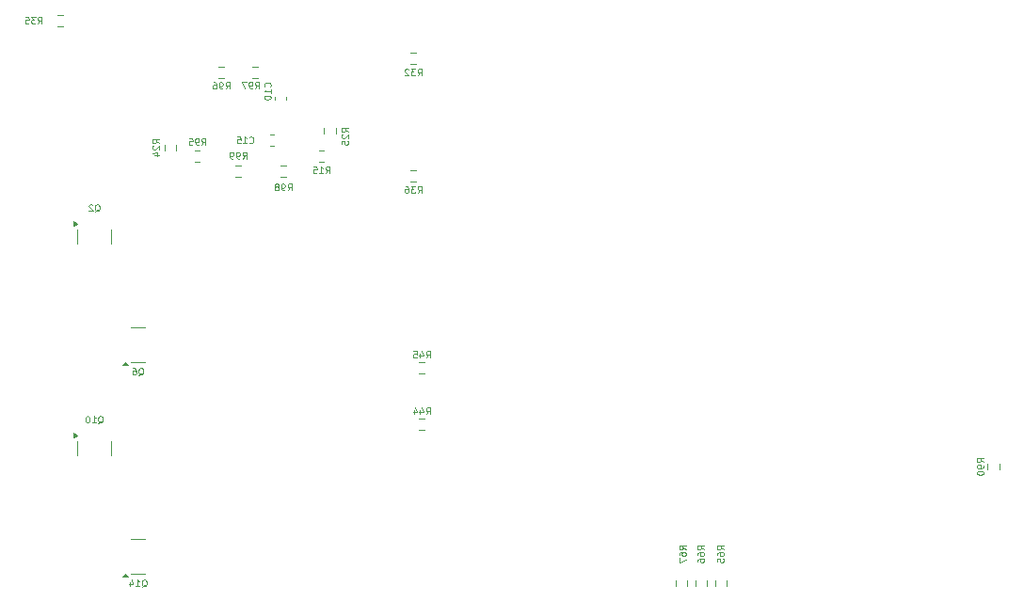
<source format=gbr>
G04 #@! TF.GenerationSoftware,KiCad,Pcbnew,9.0.3*
G04 #@! TF.CreationDate,2025-08-15T00:00:32+02:00*
G04 #@! TF.ProjectId,MADC_ARTY,4d414443-5f41-4525-9459-2e6b69636164,rev?*
G04 #@! TF.SameCoordinates,Original*
G04 #@! TF.FileFunction,Legend,Bot*
G04 #@! TF.FilePolarity,Positive*
%FSLAX46Y46*%
G04 Gerber Fmt 4.6, Leading zero omitted, Abs format (unit mm)*
G04 Created by KiCad (PCBNEW 9.0.3) date 2025-08-15 00:00:32*
%MOMM*%
%LPD*%
G01*
G04 APERTURE LIST*
%ADD10C,0.100000*%
%ADD11C,0.120000*%
G04 APERTURE END LIST*
D10*
X151261714Y-56787371D02*
X151461714Y-56501657D01*
X151604571Y-56787371D02*
X151604571Y-56187371D01*
X151604571Y-56187371D02*
X151376000Y-56187371D01*
X151376000Y-56187371D02*
X151318857Y-56215942D01*
X151318857Y-56215942D02*
X151290286Y-56244514D01*
X151290286Y-56244514D02*
X151261714Y-56301657D01*
X151261714Y-56301657D02*
X151261714Y-56387371D01*
X151261714Y-56387371D02*
X151290286Y-56444514D01*
X151290286Y-56444514D02*
X151318857Y-56473085D01*
X151318857Y-56473085D02*
X151376000Y-56501657D01*
X151376000Y-56501657D02*
X151604571Y-56501657D01*
X150690286Y-56787371D02*
X151033143Y-56787371D01*
X150861714Y-56787371D02*
X150861714Y-56187371D01*
X150861714Y-56187371D02*
X150918857Y-56273085D01*
X150918857Y-56273085D02*
X150976000Y-56330228D01*
X150976000Y-56330228D02*
X151033143Y-56358800D01*
X150147428Y-56187371D02*
X150433142Y-56187371D01*
X150433142Y-56187371D02*
X150461714Y-56473085D01*
X150461714Y-56473085D02*
X150433142Y-56444514D01*
X150433142Y-56444514D02*
X150376000Y-56415942D01*
X150376000Y-56415942D02*
X150233142Y-56415942D01*
X150233142Y-56415942D02*
X150176000Y-56444514D01*
X150176000Y-56444514D02*
X150147428Y-56473085D01*
X150147428Y-56473085D02*
X150118857Y-56530228D01*
X150118857Y-56530228D02*
X150118857Y-56673085D01*
X150118857Y-56673085D02*
X150147428Y-56730228D01*
X150147428Y-56730228D02*
X150176000Y-56758800D01*
X150176000Y-56758800D02*
X150233142Y-56787371D01*
X150233142Y-56787371D02*
X150376000Y-56787371D01*
X150376000Y-56787371D02*
X150433142Y-56758800D01*
X150433142Y-56758800D02*
X150461714Y-56730228D01*
X134423142Y-75005514D02*
X134480285Y-74976942D01*
X134480285Y-74976942D02*
X134537428Y-74919800D01*
X134537428Y-74919800D02*
X134623142Y-74834085D01*
X134623142Y-74834085D02*
X134680285Y-74805514D01*
X134680285Y-74805514D02*
X134737428Y-74805514D01*
X134708857Y-74948371D02*
X134766000Y-74919800D01*
X134766000Y-74919800D02*
X134823142Y-74862657D01*
X134823142Y-74862657D02*
X134851714Y-74748371D01*
X134851714Y-74748371D02*
X134851714Y-74548371D01*
X134851714Y-74548371D02*
X134823142Y-74434085D01*
X134823142Y-74434085D02*
X134766000Y-74376942D01*
X134766000Y-74376942D02*
X134708857Y-74348371D01*
X134708857Y-74348371D02*
X134594571Y-74348371D01*
X134594571Y-74348371D02*
X134537428Y-74376942D01*
X134537428Y-74376942D02*
X134480285Y-74434085D01*
X134480285Y-74434085D02*
X134451714Y-74548371D01*
X134451714Y-74548371D02*
X134451714Y-74748371D01*
X134451714Y-74748371D02*
X134480285Y-74862657D01*
X134480285Y-74862657D02*
X134537428Y-74919800D01*
X134537428Y-74919800D02*
X134594571Y-74948371D01*
X134594571Y-74948371D02*
X134708857Y-74948371D01*
X133937429Y-74348371D02*
X134051714Y-74348371D01*
X134051714Y-74348371D02*
X134108857Y-74376942D01*
X134108857Y-74376942D02*
X134137429Y-74405514D01*
X134137429Y-74405514D02*
X134194571Y-74491228D01*
X134194571Y-74491228D02*
X134223143Y-74605514D01*
X134223143Y-74605514D02*
X134223143Y-74834085D01*
X134223143Y-74834085D02*
X134194571Y-74891228D01*
X134194571Y-74891228D02*
X134166000Y-74919800D01*
X134166000Y-74919800D02*
X134108857Y-74948371D01*
X134108857Y-74948371D02*
X133994571Y-74948371D01*
X133994571Y-74948371D02*
X133937429Y-74919800D01*
X133937429Y-74919800D02*
X133908857Y-74891228D01*
X133908857Y-74891228D02*
X133880286Y-74834085D01*
X133880286Y-74834085D02*
X133880286Y-74691228D01*
X133880286Y-74691228D02*
X133908857Y-74634085D01*
X133908857Y-74634085D02*
X133937429Y-74605514D01*
X133937429Y-74605514D02*
X133994571Y-74576942D01*
X133994571Y-74576942D02*
X134108857Y-74576942D01*
X134108857Y-74576942D02*
X134166000Y-74605514D01*
X134166000Y-74605514D02*
X134194571Y-74634085D01*
X134194571Y-74634085D02*
X134223143Y-74691228D01*
X183660371Y-90673285D02*
X183374657Y-90473285D01*
X183660371Y-90330428D02*
X183060371Y-90330428D01*
X183060371Y-90330428D02*
X183060371Y-90558999D01*
X183060371Y-90558999D02*
X183088942Y-90616142D01*
X183088942Y-90616142D02*
X183117514Y-90644713D01*
X183117514Y-90644713D02*
X183174657Y-90673285D01*
X183174657Y-90673285D02*
X183260371Y-90673285D01*
X183260371Y-90673285D02*
X183317514Y-90644713D01*
X183317514Y-90644713D02*
X183346085Y-90616142D01*
X183346085Y-90616142D02*
X183374657Y-90558999D01*
X183374657Y-90558999D02*
X183374657Y-90330428D01*
X183060371Y-91187571D02*
X183060371Y-91073285D01*
X183060371Y-91073285D02*
X183088942Y-91016142D01*
X183088942Y-91016142D02*
X183117514Y-90987571D01*
X183117514Y-90987571D02*
X183203228Y-90930428D01*
X183203228Y-90930428D02*
X183317514Y-90901856D01*
X183317514Y-90901856D02*
X183546085Y-90901856D01*
X183546085Y-90901856D02*
X183603228Y-90930428D01*
X183603228Y-90930428D02*
X183631800Y-90958999D01*
X183631800Y-90958999D02*
X183660371Y-91016142D01*
X183660371Y-91016142D02*
X183660371Y-91130428D01*
X183660371Y-91130428D02*
X183631800Y-91187571D01*
X183631800Y-91187571D02*
X183603228Y-91216142D01*
X183603228Y-91216142D02*
X183546085Y-91244713D01*
X183546085Y-91244713D02*
X183403228Y-91244713D01*
X183403228Y-91244713D02*
X183346085Y-91216142D01*
X183346085Y-91216142D02*
X183317514Y-91187571D01*
X183317514Y-91187571D02*
X183288942Y-91130428D01*
X183288942Y-91130428D02*
X183288942Y-91016142D01*
X183288942Y-91016142D02*
X183317514Y-90958999D01*
X183317514Y-90958999D02*
X183346085Y-90930428D01*
X183346085Y-90930428D02*
X183403228Y-90901856D01*
X183060371Y-91444714D02*
X183060371Y-91844714D01*
X183060371Y-91844714D02*
X183660371Y-91587571D01*
X185311371Y-90673285D02*
X185025657Y-90473285D01*
X185311371Y-90330428D02*
X184711371Y-90330428D01*
X184711371Y-90330428D02*
X184711371Y-90558999D01*
X184711371Y-90558999D02*
X184739942Y-90616142D01*
X184739942Y-90616142D02*
X184768514Y-90644713D01*
X184768514Y-90644713D02*
X184825657Y-90673285D01*
X184825657Y-90673285D02*
X184911371Y-90673285D01*
X184911371Y-90673285D02*
X184968514Y-90644713D01*
X184968514Y-90644713D02*
X184997085Y-90616142D01*
X184997085Y-90616142D02*
X185025657Y-90558999D01*
X185025657Y-90558999D02*
X185025657Y-90330428D01*
X184711371Y-91187571D02*
X184711371Y-91073285D01*
X184711371Y-91073285D02*
X184739942Y-91016142D01*
X184739942Y-91016142D02*
X184768514Y-90987571D01*
X184768514Y-90987571D02*
X184854228Y-90930428D01*
X184854228Y-90930428D02*
X184968514Y-90901856D01*
X184968514Y-90901856D02*
X185197085Y-90901856D01*
X185197085Y-90901856D02*
X185254228Y-90930428D01*
X185254228Y-90930428D02*
X185282800Y-90958999D01*
X185282800Y-90958999D02*
X185311371Y-91016142D01*
X185311371Y-91016142D02*
X185311371Y-91130428D01*
X185311371Y-91130428D02*
X185282800Y-91187571D01*
X185282800Y-91187571D02*
X185254228Y-91216142D01*
X185254228Y-91216142D02*
X185197085Y-91244713D01*
X185197085Y-91244713D02*
X185054228Y-91244713D01*
X185054228Y-91244713D02*
X184997085Y-91216142D01*
X184997085Y-91216142D02*
X184968514Y-91187571D01*
X184968514Y-91187571D02*
X184939942Y-91130428D01*
X184939942Y-91130428D02*
X184939942Y-91016142D01*
X184939942Y-91016142D02*
X184968514Y-90958999D01*
X184968514Y-90958999D02*
X184997085Y-90930428D01*
X184997085Y-90930428D02*
X185054228Y-90901856D01*
X184711371Y-91759000D02*
X184711371Y-91644714D01*
X184711371Y-91644714D02*
X184739942Y-91587571D01*
X184739942Y-91587571D02*
X184768514Y-91559000D01*
X184768514Y-91559000D02*
X184854228Y-91501857D01*
X184854228Y-91501857D02*
X184968514Y-91473285D01*
X184968514Y-91473285D02*
X185197085Y-91473285D01*
X185197085Y-91473285D02*
X185254228Y-91501857D01*
X185254228Y-91501857D02*
X185282800Y-91530428D01*
X185282800Y-91530428D02*
X185311371Y-91587571D01*
X185311371Y-91587571D02*
X185311371Y-91701857D01*
X185311371Y-91701857D02*
X185282800Y-91759000D01*
X185282800Y-91759000D02*
X185254228Y-91787571D01*
X185254228Y-91787571D02*
X185197085Y-91816142D01*
X185197085Y-91816142D02*
X185054228Y-91816142D01*
X185054228Y-91816142D02*
X184997085Y-91787571D01*
X184997085Y-91787571D02*
X184968514Y-91759000D01*
X184968514Y-91759000D02*
X184939942Y-91701857D01*
X184939942Y-91701857D02*
X184939942Y-91587571D01*
X184939942Y-91587571D02*
X184968514Y-91530428D01*
X184968514Y-91530428D02*
X184997085Y-91501857D01*
X184997085Y-91501857D02*
X185054228Y-91473285D01*
X187089371Y-90673285D02*
X186803657Y-90473285D01*
X187089371Y-90330428D02*
X186489371Y-90330428D01*
X186489371Y-90330428D02*
X186489371Y-90558999D01*
X186489371Y-90558999D02*
X186517942Y-90616142D01*
X186517942Y-90616142D02*
X186546514Y-90644713D01*
X186546514Y-90644713D02*
X186603657Y-90673285D01*
X186603657Y-90673285D02*
X186689371Y-90673285D01*
X186689371Y-90673285D02*
X186746514Y-90644713D01*
X186746514Y-90644713D02*
X186775085Y-90616142D01*
X186775085Y-90616142D02*
X186803657Y-90558999D01*
X186803657Y-90558999D02*
X186803657Y-90330428D01*
X186489371Y-91187571D02*
X186489371Y-91073285D01*
X186489371Y-91073285D02*
X186517942Y-91016142D01*
X186517942Y-91016142D02*
X186546514Y-90987571D01*
X186546514Y-90987571D02*
X186632228Y-90930428D01*
X186632228Y-90930428D02*
X186746514Y-90901856D01*
X186746514Y-90901856D02*
X186975085Y-90901856D01*
X186975085Y-90901856D02*
X187032228Y-90930428D01*
X187032228Y-90930428D02*
X187060800Y-90958999D01*
X187060800Y-90958999D02*
X187089371Y-91016142D01*
X187089371Y-91016142D02*
X187089371Y-91130428D01*
X187089371Y-91130428D02*
X187060800Y-91187571D01*
X187060800Y-91187571D02*
X187032228Y-91216142D01*
X187032228Y-91216142D02*
X186975085Y-91244713D01*
X186975085Y-91244713D02*
X186832228Y-91244713D01*
X186832228Y-91244713D02*
X186775085Y-91216142D01*
X186775085Y-91216142D02*
X186746514Y-91187571D01*
X186746514Y-91187571D02*
X186717942Y-91130428D01*
X186717942Y-91130428D02*
X186717942Y-91016142D01*
X186717942Y-91016142D02*
X186746514Y-90958999D01*
X186746514Y-90958999D02*
X186775085Y-90930428D01*
X186775085Y-90930428D02*
X186832228Y-90901856D01*
X186489371Y-91787571D02*
X186489371Y-91501857D01*
X186489371Y-91501857D02*
X186775085Y-91473285D01*
X186775085Y-91473285D02*
X186746514Y-91501857D01*
X186746514Y-91501857D02*
X186717942Y-91559000D01*
X186717942Y-91559000D02*
X186717942Y-91701857D01*
X186717942Y-91701857D02*
X186746514Y-91759000D01*
X186746514Y-91759000D02*
X186775085Y-91787571D01*
X186775085Y-91787571D02*
X186832228Y-91816142D01*
X186832228Y-91816142D02*
X186975085Y-91816142D01*
X186975085Y-91816142D02*
X187032228Y-91787571D01*
X187032228Y-91787571D02*
X187060800Y-91759000D01*
X187060800Y-91759000D02*
X187089371Y-91701857D01*
X187089371Y-91701857D02*
X187089371Y-91559000D01*
X187089371Y-91559000D02*
X187060800Y-91501857D01*
X187060800Y-91501857D02*
X187032228Y-91473285D01*
X144403714Y-54063228D02*
X144432286Y-54091800D01*
X144432286Y-54091800D02*
X144518000Y-54120371D01*
X144518000Y-54120371D02*
X144575143Y-54120371D01*
X144575143Y-54120371D02*
X144660857Y-54091800D01*
X144660857Y-54091800D02*
X144718000Y-54034657D01*
X144718000Y-54034657D02*
X144746571Y-53977514D01*
X144746571Y-53977514D02*
X144775143Y-53863228D01*
X144775143Y-53863228D02*
X144775143Y-53777514D01*
X144775143Y-53777514D02*
X144746571Y-53663228D01*
X144746571Y-53663228D02*
X144718000Y-53606085D01*
X144718000Y-53606085D02*
X144660857Y-53548942D01*
X144660857Y-53548942D02*
X144575143Y-53520371D01*
X144575143Y-53520371D02*
X144518000Y-53520371D01*
X144518000Y-53520371D02*
X144432286Y-53548942D01*
X144432286Y-53548942D02*
X144403714Y-53577514D01*
X143832286Y-54120371D02*
X144175143Y-54120371D01*
X144003714Y-54120371D02*
X144003714Y-53520371D01*
X144003714Y-53520371D02*
X144060857Y-53606085D01*
X144060857Y-53606085D02*
X144118000Y-53663228D01*
X144118000Y-53663228D02*
X144175143Y-53691800D01*
X143289428Y-53520371D02*
X143575142Y-53520371D01*
X143575142Y-53520371D02*
X143603714Y-53806085D01*
X143603714Y-53806085D02*
X143575142Y-53777514D01*
X143575142Y-53777514D02*
X143518000Y-53748942D01*
X143518000Y-53748942D02*
X143375142Y-53748942D01*
X143375142Y-53748942D02*
X143318000Y-53777514D01*
X143318000Y-53777514D02*
X143289428Y-53806085D01*
X143289428Y-53806085D02*
X143260857Y-53863228D01*
X143260857Y-53863228D02*
X143260857Y-54006085D01*
X143260857Y-54006085D02*
X143289428Y-54063228D01*
X143289428Y-54063228D02*
X143318000Y-54091800D01*
X143318000Y-54091800D02*
X143375142Y-54120371D01*
X143375142Y-54120371D02*
X143518000Y-54120371D01*
X143518000Y-54120371D02*
X143575142Y-54091800D01*
X143575142Y-54091800D02*
X143603714Y-54063228D01*
X144911714Y-49167371D02*
X145111714Y-48881657D01*
X145254571Y-49167371D02*
X145254571Y-48567371D01*
X145254571Y-48567371D02*
X145026000Y-48567371D01*
X145026000Y-48567371D02*
X144968857Y-48595942D01*
X144968857Y-48595942D02*
X144940286Y-48624514D01*
X144940286Y-48624514D02*
X144911714Y-48681657D01*
X144911714Y-48681657D02*
X144911714Y-48767371D01*
X144911714Y-48767371D02*
X144940286Y-48824514D01*
X144940286Y-48824514D02*
X144968857Y-48853085D01*
X144968857Y-48853085D02*
X145026000Y-48881657D01*
X145026000Y-48881657D02*
X145254571Y-48881657D01*
X144626000Y-49167371D02*
X144511714Y-49167371D01*
X144511714Y-49167371D02*
X144454571Y-49138800D01*
X144454571Y-49138800D02*
X144426000Y-49110228D01*
X144426000Y-49110228D02*
X144368857Y-49024514D01*
X144368857Y-49024514D02*
X144340286Y-48910228D01*
X144340286Y-48910228D02*
X144340286Y-48681657D01*
X144340286Y-48681657D02*
X144368857Y-48624514D01*
X144368857Y-48624514D02*
X144397429Y-48595942D01*
X144397429Y-48595942D02*
X144454571Y-48567371D01*
X144454571Y-48567371D02*
X144568857Y-48567371D01*
X144568857Y-48567371D02*
X144626000Y-48595942D01*
X144626000Y-48595942D02*
X144654571Y-48624514D01*
X144654571Y-48624514D02*
X144683143Y-48681657D01*
X144683143Y-48681657D02*
X144683143Y-48824514D01*
X144683143Y-48824514D02*
X144654571Y-48881657D01*
X144654571Y-48881657D02*
X144626000Y-48910228D01*
X144626000Y-48910228D02*
X144568857Y-48938800D01*
X144568857Y-48938800D02*
X144454571Y-48938800D01*
X144454571Y-48938800D02*
X144397429Y-48910228D01*
X144397429Y-48910228D02*
X144368857Y-48881657D01*
X144368857Y-48881657D02*
X144340286Y-48824514D01*
X144140285Y-48567371D02*
X143740285Y-48567371D01*
X143740285Y-48567371D02*
X143997428Y-49167371D01*
X142244714Y-49197371D02*
X142444714Y-48911657D01*
X142587571Y-49197371D02*
X142587571Y-48597371D01*
X142587571Y-48597371D02*
X142359000Y-48597371D01*
X142359000Y-48597371D02*
X142301857Y-48625942D01*
X142301857Y-48625942D02*
X142273286Y-48654514D01*
X142273286Y-48654514D02*
X142244714Y-48711657D01*
X142244714Y-48711657D02*
X142244714Y-48797371D01*
X142244714Y-48797371D02*
X142273286Y-48854514D01*
X142273286Y-48854514D02*
X142301857Y-48883085D01*
X142301857Y-48883085D02*
X142359000Y-48911657D01*
X142359000Y-48911657D02*
X142587571Y-48911657D01*
X141959000Y-49197371D02*
X141844714Y-49197371D01*
X141844714Y-49197371D02*
X141787571Y-49168800D01*
X141787571Y-49168800D02*
X141759000Y-49140228D01*
X141759000Y-49140228D02*
X141701857Y-49054514D01*
X141701857Y-49054514D02*
X141673286Y-48940228D01*
X141673286Y-48940228D02*
X141673286Y-48711657D01*
X141673286Y-48711657D02*
X141701857Y-48654514D01*
X141701857Y-48654514D02*
X141730429Y-48625942D01*
X141730429Y-48625942D02*
X141787571Y-48597371D01*
X141787571Y-48597371D02*
X141901857Y-48597371D01*
X141901857Y-48597371D02*
X141959000Y-48625942D01*
X141959000Y-48625942D02*
X141987571Y-48654514D01*
X141987571Y-48654514D02*
X142016143Y-48711657D01*
X142016143Y-48711657D02*
X142016143Y-48854514D01*
X142016143Y-48854514D02*
X141987571Y-48911657D01*
X141987571Y-48911657D02*
X141959000Y-48940228D01*
X141959000Y-48940228D02*
X141901857Y-48968800D01*
X141901857Y-48968800D02*
X141787571Y-48968800D01*
X141787571Y-48968800D02*
X141730429Y-48940228D01*
X141730429Y-48940228D02*
X141701857Y-48911657D01*
X141701857Y-48911657D02*
X141673286Y-48854514D01*
X141159000Y-48597371D02*
X141273285Y-48597371D01*
X141273285Y-48597371D02*
X141330428Y-48625942D01*
X141330428Y-48625942D02*
X141359000Y-48654514D01*
X141359000Y-48654514D02*
X141416142Y-48740228D01*
X141416142Y-48740228D02*
X141444714Y-48854514D01*
X141444714Y-48854514D02*
X141444714Y-49083085D01*
X141444714Y-49083085D02*
X141416142Y-49140228D01*
X141416142Y-49140228D02*
X141387571Y-49168800D01*
X141387571Y-49168800D02*
X141330428Y-49197371D01*
X141330428Y-49197371D02*
X141216142Y-49197371D01*
X141216142Y-49197371D02*
X141159000Y-49168800D01*
X141159000Y-49168800D02*
X141130428Y-49140228D01*
X141130428Y-49140228D02*
X141101857Y-49083085D01*
X141101857Y-49083085D02*
X141101857Y-48940228D01*
X141101857Y-48940228D02*
X141130428Y-48883085D01*
X141130428Y-48883085D02*
X141159000Y-48854514D01*
X141159000Y-48854514D02*
X141216142Y-48825942D01*
X141216142Y-48825942D02*
X141330428Y-48825942D01*
X141330428Y-48825942D02*
X141387571Y-48854514D01*
X141387571Y-48854514D02*
X141416142Y-48883085D01*
X141416142Y-48883085D02*
X141444714Y-48940228D01*
X140085714Y-54247371D02*
X140285714Y-53961657D01*
X140428571Y-54247371D02*
X140428571Y-53647371D01*
X140428571Y-53647371D02*
X140200000Y-53647371D01*
X140200000Y-53647371D02*
X140142857Y-53675942D01*
X140142857Y-53675942D02*
X140114286Y-53704514D01*
X140114286Y-53704514D02*
X140085714Y-53761657D01*
X140085714Y-53761657D02*
X140085714Y-53847371D01*
X140085714Y-53847371D02*
X140114286Y-53904514D01*
X140114286Y-53904514D02*
X140142857Y-53933085D01*
X140142857Y-53933085D02*
X140200000Y-53961657D01*
X140200000Y-53961657D02*
X140428571Y-53961657D01*
X139800000Y-54247371D02*
X139685714Y-54247371D01*
X139685714Y-54247371D02*
X139628571Y-54218800D01*
X139628571Y-54218800D02*
X139600000Y-54190228D01*
X139600000Y-54190228D02*
X139542857Y-54104514D01*
X139542857Y-54104514D02*
X139514286Y-53990228D01*
X139514286Y-53990228D02*
X139514286Y-53761657D01*
X139514286Y-53761657D02*
X139542857Y-53704514D01*
X139542857Y-53704514D02*
X139571429Y-53675942D01*
X139571429Y-53675942D02*
X139628571Y-53647371D01*
X139628571Y-53647371D02*
X139742857Y-53647371D01*
X139742857Y-53647371D02*
X139800000Y-53675942D01*
X139800000Y-53675942D02*
X139828571Y-53704514D01*
X139828571Y-53704514D02*
X139857143Y-53761657D01*
X139857143Y-53761657D02*
X139857143Y-53904514D01*
X139857143Y-53904514D02*
X139828571Y-53961657D01*
X139828571Y-53961657D02*
X139800000Y-53990228D01*
X139800000Y-53990228D02*
X139742857Y-54018800D01*
X139742857Y-54018800D02*
X139628571Y-54018800D01*
X139628571Y-54018800D02*
X139571429Y-53990228D01*
X139571429Y-53990228D02*
X139542857Y-53961657D01*
X139542857Y-53961657D02*
X139514286Y-53904514D01*
X138971428Y-53647371D02*
X139257142Y-53647371D01*
X139257142Y-53647371D02*
X139285714Y-53933085D01*
X139285714Y-53933085D02*
X139257142Y-53904514D01*
X139257142Y-53904514D02*
X139200000Y-53875942D01*
X139200000Y-53875942D02*
X139057142Y-53875942D01*
X139057142Y-53875942D02*
X139000000Y-53904514D01*
X139000000Y-53904514D02*
X138971428Y-53933085D01*
X138971428Y-53933085D02*
X138942857Y-53990228D01*
X138942857Y-53990228D02*
X138942857Y-54133085D01*
X138942857Y-54133085D02*
X138971428Y-54190228D01*
X138971428Y-54190228D02*
X139000000Y-54218800D01*
X139000000Y-54218800D02*
X139057142Y-54247371D01*
X139057142Y-54247371D02*
X139200000Y-54247371D01*
X139200000Y-54247371D02*
X139257142Y-54218800D01*
X139257142Y-54218800D02*
X139285714Y-54190228D01*
X146265228Y-49017285D02*
X146293800Y-48988713D01*
X146293800Y-48988713D02*
X146322371Y-48902999D01*
X146322371Y-48902999D02*
X146322371Y-48845856D01*
X146322371Y-48845856D02*
X146293800Y-48760142D01*
X146293800Y-48760142D02*
X146236657Y-48702999D01*
X146236657Y-48702999D02*
X146179514Y-48674428D01*
X146179514Y-48674428D02*
X146065228Y-48645856D01*
X146065228Y-48645856D02*
X145979514Y-48645856D01*
X145979514Y-48645856D02*
X145865228Y-48674428D01*
X145865228Y-48674428D02*
X145808085Y-48702999D01*
X145808085Y-48702999D02*
X145750942Y-48760142D01*
X145750942Y-48760142D02*
X145722371Y-48845856D01*
X145722371Y-48845856D02*
X145722371Y-48902999D01*
X145722371Y-48902999D02*
X145750942Y-48988713D01*
X145750942Y-48988713D02*
X145779514Y-49017285D01*
X146322371Y-49588713D02*
X146322371Y-49245856D01*
X146322371Y-49417285D02*
X145722371Y-49417285D01*
X145722371Y-49417285D02*
X145808085Y-49360142D01*
X145808085Y-49360142D02*
X145865228Y-49302999D01*
X145865228Y-49302999D02*
X145893800Y-49245856D01*
X145722371Y-49960142D02*
X145722371Y-50017285D01*
X145722371Y-50017285D02*
X145750942Y-50074428D01*
X145750942Y-50074428D02*
X145779514Y-50103000D01*
X145779514Y-50103000D02*
X145836657Y-50131571D01*
X145836657Y-50131571D02*
X145950942Y-50160142D01*
X145950942Y-50160142D02*
X146093800Y-50160142D01*
X146093800Y-50160142D02*
X146208085Y-50131571D01*
X146208085Y-50131571D02*
X146265228Y-50103000D01*
X146265228Y-50103000D02*
X146293800Y-50074428D01*
X146293800Y-50074428D02*
X146322371Y-50017285D01*
X146322371Y-50017285D02*
X146322371Y-49960142D01*
X146322371Y-49960142D02*
X146293800Y-49903000D01*
X146293800Y-49903000D02*
X146265228Y-49874428D01*
X146265228Y-49874428D02*
X146208085Y-49845857D01*
X146208085Y-49845857D02*
X146093800Y-49817285D01*
X146093800Y-49817285D02*
X145950942Y-49817285D01*
X145950942Y-49817285D02*
X145836657Y-49845857D01*
X145836657Y-49845857D02*
X145779514Y-49874428D01*
X145779514Y-49874428D02*
X145750942Y-49903000D01*
X145750942Y-49903000D02*
X145722371Y-49960142D01*
X210457371Y-82799285D02*
X210171657Y-82599285D01*
X210457371Y-82456428D02*
X209857371Y-82456428D01*
X209857371Y-82456428D02*
X209857371Y-82684999D01*
X209857371Y-82684999D02*
X209885942Y-82742142D01*
X209885942Y-82742142D02*
X209914514Y-82770713D01*
X209914514Y-82770713D02*
X209971657Y-82799285D01*
X209971657Y-82799285D02*
X210057371Y-82799285D01*
X210057371Y-82799285D02*
X210114514Y-82770713D01*
X210114514Y-82770713D02*
X210143085Y-82742142D01*
X210143085Y-82742142D02*
X210171657Y-82684999D01*
X210171657Y-82684999D02*
X210171657Y-82456428D01*
X210457371Y-83084999D02*
X210457371Y-83199285D01*
X210457371Y-83199285D02*
X210428800Y-83256428D01*
X210428800Y-83256428D02*
X210400228Y-83284999D01*
X210400228Y-83284999D02*
X210314514Y-83342142D01*
X210314514Y-83342142D02*
X210200228Y-83370713D01*
X210200228Y-83370713D02*
X209971657Y-83370713D01*
X209971657Y-83370713D02*
X209914514Y-83342142D01*
X209914514Y-83342142D02*
X209885942Y-83313571D01*
X209885942Y-83313571D02*
X209857371Y-83256428D01*
X209857371Y-83256428D02*
X209857371Y-83142142D01*
X209857371Y-83142142D02*
X209885942Y-83084999D01*
X209885942Y-83084999D02*
X209914514Y-83056428D01*
X209914514Y-83056428D02*
X209971657Y-83027856D01*
X209971657Y-83027856D02*
X210114514Y-83027856D01*
X210114514Y-83027856D02*
X210171657Y-83056428D01*
X210171657Y-83056428D02*
X210200228Y-83084999D01*
X210200228Y-83084999D02*
X210228800Y-83142142D01*
X210228800Y-83142142D02*
X210228800Y-83256428D01*
X210228800Y-83256428D02*
X210200228Y-83313571D01*
X210200228Y-83313571D02*
X210171657Y-83342142D01*
X210171657Y-83342142D02*
X210114514Y-83370713D01*
X209857371Y-83742142D02*
X209857371Y-83799285D01*
X209857371Y-83799285D02*
X209885942Y-83856428D01*
X209885942Y-83856428D02*
X209914514Y-83885000D01*
X209914514Y-83885000D02*
X209971657Y-83913571D01*
X209971657Y-83913571D02*
X210085942Y-83942142D01*
X210085942Y-83942142D02*
X210228800Y-83942142D01*
X210228800Y-83942142D02*
X210343085Y-83913571D01*
X210343085Y-83913571D02*
X210400228Y-83885000D01*
X210400228Y-83885000D02*
X210428800Y-83856428D01*
X210428800Y-83856428D02*
X210457371Y-83799285D01*
X210457371Y-83799285D02*
X210457371Y-83742142D01*
X210457371Y-83742142D02*
X210428800Y-83685000D01*
X210428800Y-83685000D02*
X210400228Y-83656428D01*
X210400228Y-83656428D02*
X210343085Y-83627857D01*
X210343085Y-83627857D02*
X210228800Y-83599285D01*
X210228800Y-83599285D02*
X210085942Y-83599285D01*
X210085942Y-83599285D02*
X209971657Y-83627857D01*
X209971657Y-83627857D02*
X209914514Y-83656428D01*
X209914514Y-83656428D02*
X209885942Y-83685000D01*
X209885942Y-83685000D02*
X209857371Y-83742142D01*
X147832714Y-58344371D02*
X148032714Y-58058657D01*
X148175571Y-58344371D02*
X148175571Y-57744371D01*
X148175571Y-57744371D02*
X147947000Y-57744371D01*
X147947000Y-57744371D02*
X147889857Y-57772942D01*
X147889857Y-57772942D02*
X147861286Y-57801514D01*
X147861286Y-57801514D02*
X147832714Y-57858657D01*
X147832714Y-57858657D02*
X147832714Y-57944371D01*
X147832714Y-57944371D02*
X147861286Y-58001514D01*
X147861286Y-58001514D02*
X147889857Y-58030085D01*
X147889857Y-58030085D02*
X147947000Y-58058657D01*
X147947000Y-58058657D02*
X148175571Y-58058657D01*
X147547000Y-58344371D02*
X147432714Y-58344371D01*
X147432714Y-58344371D02*
X147375571Y-58315800D01*
X147375571Y-58315800D02*
X147347000Y-58287228D01*
X147347000Y-58287228D02*
X147289857Y-58201514D01*
X147289857Y-58201514D02*
X147261286Y-58087228D01*
X147261286Y-58087228D02*
X147261286Y-57858657D01*
X147261286Y-57858657D02*
X147289857Y-57801514D01*
X147289857Y-57801514D02*
X147318429Y-57772942D01*
X147318429Y-57772942D02*
X147375571Y-57744371D01*
X147375571Y-57744371D02*
X147489857Y-57744371D01*
X147489857Y-57744371D02*
X147547000Y-57772942D01*
X147547000Y-57772942D02*
X147575571Y-57801514D01*
X147575571Y-57801514D02*
X147604143Y-57858657D01*
X147604143Y-57858657D02*
X147604143Y-58001514D01*
X147604143Y-58001514D02*
X147575571Y-58058657D01*
X147575571Y-58058657D02*
X147547000Y-58087228D01*
X147547000Y-58087228D02*
X147489857Y-58115800D01*
X147489857Y-58115800D02*
X147375571Y-58115800D01*
X147375571Y-58115800D02*
X147318429Y-58087228D01*
X147318429Y-58087228D02*
X147289857Y-58058657D01*
X147289857Y-58058657D02*
X147261286Y-58001514D01*
X146918428Y-58001514D02*
X146975571Y-57972942D01*
X146975571Y-57972942D02*
X147004142Y-57944371D01*
X147004142Y-57944371D02*
X147032714Y-57887228D01*
X147032714Y-57887228D02*
X147032714Y-57858657D01*
X147032714Y-57858657D02*
X147004142Y-57801514D01*
X147004142Y-57801514D02*
X146975571Y-57772942D01*
X146975571Y-57772942D02*
X146918428Y-57744371D01*
X146918428Y-57744371D02*
X146804142Y-57744371D01*
X146804142Y-57744371D02*
X146747000Y-57772942D01*
X146747000Y-57772942D02*
X146718428Y-57801514D01*
X146718428Y-57801514D02*
X146689857Y-57858657D01*
X146689857Y-57858657D02*
X146689857Y-57887228D01*
X146689857Y-57887228D02*
X146718428Y-57944371D01*
X146718428Y-57944371D02*
X146747000Y-57972942D01*
X146747000Y-57972942D02*
X146804142Y-58001514D01*
X146804142Y-58001514D02*
X146918428Y-58001514D01*
X146918428Y-58001514D02*
X146975571Y-58030085D01*
X146975571Y-58030085D02*
X147004142Y-58058657D01*
X147004142Y-58058657D02*
X147032714Y-58115800D01*
X147032714Y-58115800D02*
X147032714Y-58230085D01*
X147032714Y-58230085D02*
X147004142Y-58287228D01*
X147004142Y-58287228D02*
X146975571Y-58315800D01*
X146975571Y-58315800D02*
X146918428Y-58344371D01*
X146918428Y-58344371D02*
X146804142Y-58344371D01*
X146804142Y-58344371D02*
X146747000Y-58315800D01*
X146747000Y-58315800D02*
X146718428Y-58287228D01*
X146718428Y-58287228D02*
X146689857Y-58230085D01*
X146689857Y-58230085D02*
X146689857Y-58115800D01*
X146689857Y-58115800D02*
X146718428Y-58058657D01*
X146718428Y-58058657D02*
X146747000Y-58030085D01*
X146747000Y-58030085D02*
X146804142Y-58001514D01*
X130771856Y-79323514D02*
X130828999Y-79294942D01*
X130828999Y-79294942D02*
X130886142Y-79237800D01*
X130886142Y-79237800D02*
X130971856Y-79152085D01*
X130971856Y-79152085D02*
X131028999Y-79123514D01*
X131028999Y-79123514D02*
X131086142Y-79123514D01*
X131057571Y-79266371D02*
X131114714Y-79237800D01*
X131114714Y-79237800D02*
X131171856Y-79180657D01*
X131171856Y-79180657D02*
X131200428Y-79066371D01*
X131200428Y-79066371D02*
X131200428Y-78866371D01*
X131200428Y-78866371D02*
X131171856Y-78752085D01*
X131171856Y-78752085D02*
X131114714Y-78694942D01*
X131114714Y-78694942D02*
X131057571Y-78666371D01*
X131057571Y-78666371D02*
X130943285Y-78666371D01*
X130943285Y-78666371D02*
X130886142Y-78694942D01*
X130886142Y-78694942D02*
X130828999Y-78752085D01*
X130828999Y-78752085D02*
X130800428Y-78866371D01*
X130800428Y-78866371D02*
X130800428Y-79066371D01*
X130800428Y-79066371D02*
X130828999Y-79180657D01*
X130828999Y-79180657D02*
X130886142Y-79237800D01*
X130886142Y-79237800D02*
X130943285Y-79266371D01*
X130943285Y-79266371D02*
X131057571Y-79266371D01*
X130229000Y-79266371D02*
X130571857Y-79266371D01*
X130400428Y-79266371D02*
X130400428Y-78666371D01*
X130400428Y-78666371D02*
X130457571Y-78752085D01*
X130457571Y-78752085D02*
X130514714Y-78809228D01*
X130514714Y-78809228D02*
X130571857Y-78837800D01*
X129857571Y-78666371D02*
X129800428Y-78666371D01*
X129800428Y-78666371D02*
X129743285Y-78694942D01*
X129743285Y-78694942D02*
X129714714Y-78723514D01*
X129714714Y-78723514D02*
X129686142Y-78780657D01*
X129686142Y-78780657D02*
X129657571Y-78894942D01*
X129657571Y-78894942D02*
X129657571Y-79037800D01*
X129657571Y-79037800D02*
X129686142Y-79152085D01*
X129686142Y-79152085D02*
X129714714Y-79209228D01*
X129714714Y-79209228D02*
X129743285Y-79237800D01*
X129743285Y-79237800D02*
X129800428Y-79266371D01*
X129800428Y-79266371D02*
X129857571Y-79266371D01*
X129857571Y-79266371D02*
X129914714Y-79237800D01*
X129914714Y-79237800D02*
X129943285Y-79209228D01*
X129943285Y-79209228D02*
X129971856Y-79152085D01*
X129971856Y-79152085D02*
X130000428Y-79037800D01*
X130000428Y-79037800D02*
X130000428Y-78894942D01*
X130000428Y-78894942D02*
X129971856Y-78780657D01*
X129971856Y-78780657D02*
X129943285Y-78723514D01*
X129943285Y-78723514D02*
X129914714Y-78694942D01*
X129914714Y-78694942D02*
X129857571Y-78666371D01*
X153307371Y-53081285D02*
X153021657Y-52881285D01*
X153307371Y-52738428D02*
X152707371Y-52738428D01*
X152707371Y-52738428D02*
X152707371Y-52966999D01*
X152707371Y-52966999D02*
X152735942Y-53024142D01*
X152735942Y-53024142D02*
X152764514Y-53052713D01*
X152764514Y-53052713D02*
X152821657Y-53081285D01*
X152821657Y-53081285D02*
X152907371Y-53081285D01*
X152907371Y-53081285D02*
X152964514Y-53052713D01*
X152964514Y-53052713D02*
X152993085Y-53024142D01*
X152993085Y-53024142D02*
X153021657Y-52966999D01*
X153021657Y-52966999D02*
X153021657Y-52738428D01*
X152764514Y-53309856D02*
X152735942Y-53338428D01*
X152735942Y-53338428D02*
X152707371Y-53395571D01*
X152707371Y-53395571D02*
X152707371Y-53538428D01*
X152707371Y-53538428D02*
X152735942Y-53595571D01*
X152735942Y-53595571D02*
X152764514Y-53624142D01*
X152764514Y-53624142D02*
X152821657Y-53652713D01*
X152821657Y-53652713D02*
X152878800Y-53652713D01*
X152878800Y-53652713D02*
X152964514Y-53624142D01*
X152964514Y-53624142D02*
X153307371Y-53281285D01*
X153307371Y-53281285D02*
X153307371Y-53652713D01*
X152707371Y-54195571D02*
X152707371Y-53909857D01*
X152707371Y-53909857D02*
X152993085Y-53881285D01*
X152993085Y-53881285D02*
X152964514Y-53909857D01*
X152964514Y-53909857D02*
X152935942Y-53967000D01*
X152935942Y-53967000D02*
X152935942Y-54109857D01*
X152935942Y-54109857D02*
X152964514Y-54167000D01*
X152964514Y-54167000D02*
X152993085Y-54195571D01*
X152993085Y-54195571D02*
X153050228Y-54224142D01*
X153050228Y-54224142D02*
X153193085Y-54224142D01*
X153193085Y-54224142D02*
X153250228Y-54195571D01*
X153250228Y-54195571D02*
X153278800Y-54167000D01*
X153278800Y-54167000D02*
X153307371Y-54109857D01*
X153307371Y-54109857D02*
X153307371Y-53967000D01*
X153307371Y-53967000D02*
X153278800Y-53909857D01*
X153278800Y-53909857D02*
X153250228Y-53881285D01*
X159516714Y-58565371D02*
X159716714Y-58279657D01*
X159859571Y-58565371D02*
X159859571Y-57965371D01*
X159859571Y-57965371D02*
X159631000Y-57965371D01*
X159631000Y-57965371D02*
X159573857Y-57993942D01*
X159573857Y-57993942D02*
X159545286Y-58022514D01*
X159545286Y-58022514D02*
X159516714Y-58079657D01*
X159516714Y-58079657D02*
X159516714Y-58165371D01*
X159516714Y-58165371D02*
X159545286Y-58222514D01*
X159545286Y-58222514D02*
X159573857Y-58251085D01*
X159573857Y-58251085D02*
X159631000Y-58279657D01*
X159631000Y-58279657D02*
X159859571Y-58279657D01*
X159316714Y-57965371D02*
X158945286Y-57965371D01*
X158945286Y-57965371D02*
X159145286Y-58193942D01*
X159145286Y-58193942D02*
X159059571Y-58193942D01*
X159059571Y-58193942D02*
X159002429Y-58222514D01*
X159002429Y-58222514D02*
X158973857Y-58251085D01*
X158973857Y-58251085D02*
X158945286Y-58308228D01*
X158945286Y-58308228D02*
X158945286Y-58451085D01*
X158945286Y-58451085D02*
X158973857Y-58508228D01*
X158973857Y-58508228D02*
X159002429Y-58536800D01*
X159002429Y-58536800D02*
X159059571Y-58565371D01*
X159059571Y-58565371D02*
X159231000Y-58565371D01*
X159231000Y-58565371D02*
X159288143Y-58536800D01*
X159288143Y-58536800D02*
X159316714Y-58508228D01*
X158431000Y-57965371D02*
X158545285Y-57965371D01*
X158545285Y-57965371D02*
X158602428Y-57993942D01*
X158602428Y-57993942D02*
X158631000Y-58022514D01*
X158631000Y-58022514D02*
X158688142Y-58108228D01*
X158688142Y-58108228D02*
X158716714Y-58222514D01*
X158716714Y-58222514D02*
X158716714Y-58451085D01*
X158716714Y-58451085D02*
X158688142Y-58508228D01*
X158688142Y-58508228D02*
X158659571Y-58536800D01*
X158659571Y-58536800D02*
X158602428Y-58565371D01*
X158602428Y-58565371D02*
X158488142Y-58565371D01*
X158488142Y-58565371D02*
X158431000Y-58536800D01*
X158431000Y-58536800D02*
X158402428Y-58508228D01*
X158402428Y-58508228D02*
X158373857Y-58451085D01*
X158373857Y-58451085D02*
X158373857Y-58308228D01*
X158373857Y-58308228D02*
X158402428Y-58251085D01*
X158402428Y-58251085D02*
X158431000Y-58222514D01*
X158431000Y-58222514D02*
X158488142Y-58193942D01*
X158488142Y-58193942D02*
X158602428Y-58193942D01*
X158602428Y-58193942D02*
X158659571Y-58222514D01*
X158659571Y-58222514D02*
X158688142Y-58251085D01*
X158688142Y-58251085D02*
X158716714Y-58308228D01*
X134708856Y-94055514D02*
X134765999Y-94026942D01*
X134765999Y-94026942D02*
X134823142Y-93969800D01*
X134823142Y-93969800D02*
X134908856Y-93884085D01*
X134908856Y-93884085D02*
X134965999Y-93855514D01*
X134965999Y-93855514D02*
X135023142Y-93855514D01*
X134994571Y-93998371D02*
X135051714Y-93969800D01*
X135051714Y-93969800D02*
X135108856Y-93912657D01*
X135108856Y-93912657D02*
X135137428Y-93798371D01*
X135137428Y-93798371D02*
X135137428Y-93598371D01*
X135137428Y-93598371D02*
X135108856Y-93484085D01*
X135108856Y-93484085D02*
X135051714Y-93426942D01*
X135051714Y-93426942D02*
X134994571Y-93398371D01*
X134994571Y-93398371D02*
X134880285Y-93398371D01*
X134880285Y-93398371D02*
X134823142Y-93426942D01*
X134823142Y-93426942D02*
X134765999Y-93484085D01*
X134765999Y-93484085D02*
X134737428Y-93598371D01*
X134737428Y-93598371D02*
X134737428Y-93798371D01*
X134737428Y-93798371D02*
X134765999Y-93912657D01*
X134765999Y-93912657D02*
X134823142Y-93969800D01*
X134823142Y-93969800D02*
X134880285Y-93998371D01*
X134880285Y-93998371D02*
X134994571Y-93998371D01*
X134166000Y-93998371D02*
X134508857Y-93998371D01*
X134337428Y-93998371D02*
X134337428Y-93398371D01*
X134337428Y-93398371D02*
X134394571Y-93484085D01*
X134394571Y-93484085D02*
X134451714Y-93541228D01*
X134451714Y-93541228D02*
X134508857Y-93569800D01*
X133651714Y-93598371D02*
X133651714Y-93998371D01*
X133794571Y-93369800D02*
X133937428Y-93798371D01*
X133937428Y-93798371D02*
X133565999Y-93798371D01*
X136289371Y-54097285D02*
X136003657Y-53897285D01*
X136289371Y-53754428D02*
X135689371Y-53754428D01*
X135689371Y-53754428D02*
X135689371Y-53982999D01*
X135689371Y-53982999D02*
X135717942Y-54040142D01*
X135717942Y-54040142D02*
X135746514Y-54068713D01*
X135746514Y-54068713D02*
X135803657Y-54097285D01*
X135803657Y-54097285D02*
X135889371Y-54097285D01*
X135889371Y-54097285D02*
X135946514Y-54068713D01*
X135946514Y-54068713D02*
X135975085Y-54040142D01*
X135975085Y-54040142D02*
X136003657Y-53982999D01*
X136003657Y-53982999D02*
X136003657Y-53754428D01*
X135746514Y-54325856D02*
X135717942Y-54354428D01*
X135717942Y-54354428D02*
X135689371Y-54411571D01*
X135689371Y-54411571D02*
X135689371Y-54554428D01*
X135689371Y-54554428D02*
X135717942Y-54611571D01*
X135717942Y-54611571D02*
X135746514Y-54640142D01*
X135746514Y-54640142D02*
X135803657Y-54668713D01*
X135803657Y-54668713D02*
X135860800Y-54668713D01*
X135860800Y-54668713D02*
X135946514Y-54640142D01*
X135946514Y-54640142D02*
X136289371Y-54297285D01*
X136289371Y-54297285D02*
X136289371Y-54668713D01*
X135889371Y-55183000D02*
X136289371Y-55183000D01*
X135660800Y-55040142D02*
X136089371Y-54897285D01*
X136089371Y-54897285D02*
X136089371Y-55268714D01*
X143768714Y-55484371D02*
X143968714Y-55198657D01*
X144111571Y-55484371D02*
X144111571Y-54884371D01*
X144111571Y-54884371D02*
X143883000Y-54884371D01*
X143883000Y-54884371D02*
X143825857Y-54912942D01*
X143825857Y-54912942D02*
X143797286Y-54941514D01*
X143797286Y-54941514D02*
X143768714Y-54998657D01*
X143768714Y-54998657D02*
X143768714Y-55084371D01*
X143768714Y-55084371D02*
X143797286Y-55141514D01*
X143797286Y-55141514D02*
X143825857Y-55170085D01*
X143825857Y-55170085D02*
X143883000Y-55198657D01*
X143883000Y-55198657D02*
X144111571Y-55198657D01*
X143483000Y-55484371D02*
X143368714Y-55484371D01*
X143368714Y-55484371D02*
X143311571Y-55455800D01*
X143311571Y-55455800D02*
X143283000Y-55427228D01*
X143283000Y-55427228D02*
X143225857Y-55341514D01*
X143225857Y-55341514D02*
X143197286Y-55227228D01*
X143197286Y-55227228D02*
X143197286Y-54998657D01*
X143197286Y-54998657D02*
X143225857Y-54941514D01*
X143225857Y-54941514D02*
X143254429Y-54912942D01*
X143254429Y-54912942D02*
X143311571Y-54884371D01*
X143311571Y-54884371D02*
X143425857Y-54884371D01*
X143425857Y-54884371D02*
X143483000Y-54912942D01*
X143483000Y-54912942D02*
X143511571Y-54941514D01*
X143511571Y-54941514D02*
X143540143Y-54998657D01*
X143540143Y-54998657D02*
X143540143Y-55141514D01*
X143540143Y-55141514D02*
X143511571Y-55198657D01*
X143511571Y-55198657D02*
X143483000Y-55227228D01*
X143483000Y-55227228D02*
X143425857Y-55255800D01*
X143425857Y-55255800D02*
X143311571Y-55255800D01*
X143311571Y-55255800D02*
X143254429Y-55227228D01*
X143254429Y-55227228D02*
X143225857Y-55198657D01*
X143225857Y-55198657D02*
X143197286Y-55141514D01*
X142911571Y-55484371D02*
X142797285Y-55484371D01*
X142797285Y-55484371D02*
X142740142Y-55455800D01*
X142740142Y-55455800D02*
X142711571Y-55427228D01*
X142711571Y-55427228D02*
X142654428Y-55341514D01*
X142654428Y-55341514D02*
X142625857Y-55227228D01*
X142625857Y-55227228D02*
X142625857Y-54998657D01*
X142625857Y-54998657D02*
X142654428Y-54941514D01*
X142654428Y-54941514D02*
X142683000Y-54912942D01*
X142683000Y-54912942D02*
X142740142Y-54884371D01*
X142740142Y-54884371D02*
X142854428Y-54884371D01*
X142854428Y-54884371D02*
X142911571Y-54912942D01*
X142911571Y-54912942D02*
X142940142Y-54941514D01*
X142940142Y-54941514D02*
X142968714Y-54998657D01*
X142968714Y-54998657D02*
X142968714Y-55141514D01*
X142968714Y-55141514D02*
X142940142Y-55198657D01*
X142940142Y-55198657D02*
X142911571Y-55227228D01*
X142911571Y-55227228D02*
X142854428Y-55255800D01*
X142854428Y-55255800D02*
X142740142Y-55255800D01*
X142740142Y-55255800D02*
X142683000Y-55227228D01*
X142683000Y-55227228D02*
X142654428Y-55198657D01*
X142654428Y-55198657D02*
X142625857Y-55141514D01*
X125353714Y-43325371D02*
X125553714Y-43039657D01*
X125696571Y-43325371D02*
X125696571Y-42725371D01*
X125696571Y-42725371D02*
X125468000Y-42725371D01*
X125468000Y-42725371D02*
X125410857Y-42753942D01*
X125410857Y-42753942D02*
X125382286Y-42782514D01*
X125382286Y-42782514D02*
X125353714Y-42839657D01*
X125353714Y-42839657D02*
X125353714Y-42925371D01*
X125353714Y-42925371D02*
X125382286Y-42982514D01*
X125382286Y-42982514D02*
X125410857Y-43011085D01*
X125410857Y-43011085D02*
X125468000Y-43039657D01*
X125468000Y-43039657D02*
X125696571Y-43039657D01*
X125153714Y-42725371D02*
X124782286Y-42725371D01*
X124782286Y-42725371D02*
X124982286Y-42953942D01*
X124982286Y-42953942D02*
X124896571Y-42953942D01*
X124896571Y-42953942D02*
X124839429Y-42982514D01*
X124839429Y-42982514D02*
X124810857Y-43011085D01*
X124810857Y-43011085D02*
X124782286Y-43068228D01*
X124782286Y-43068228D02*
X124782286Y-43211085D01*
X124782286Y-43211085D02*
X124810857Y-43268228D01*
X124810857Y-43268228D02*
X124839429Y-43296800D01*
X124839429Y-43296800D02*
X124896571Y-43325371D01*
X124896571Y-43325371D02*
X125068000Y-43325371D01*
X125068000Y-43325371D02*
X125125143Y-43296800D01*
X125125143Y-43296800D02*
X125153714Y-43268228D01*
X124239428Y-42725371D02*
X124525142Y-42725371D01*
X124525142Y-42725371D02*
X124553714Y-43011085D01*
X124553714Y-43011085D02*
X124525142Y-42982514D01*
X124525142Y-42982514D02*
X124468000Y-42953942D01*
X124468000Y-42953942D02*
X124325142Y-42953942D01*
X124325142Y-42953942D02*
X124268000Y-42982514D01*
X124268000Y-42982514D02*
X124239428Y-43011085D01*
X124239428Y-43011085D02*
X124210857Y-43068228D01*
X124210857Y-43068228D02*
X124210857Y-43211085D01*
X124210857Y-43211085D02*
X124239428Y-43268228D01*
X124239428Y-43268228D02*
X124268000Y-43296800D01*
X124268000Y-43296800D02*
X124325142Y-43325371D01*
X124325142Y-43325371D02*
X124468000Y-43325371D01*
X124468000Y-43325371D02*
X124525142Y-43296800D01*
X124525142Y-43296800D02*
X124553714Y-43268228D01*
X159516714Y-48024371D02*
X159716714Y-47738657D01*
X159859571Y-48024371D02*
X159859571Y-47424371D01*
X159859571Y-47424371D02*
X159631000Y-47424371D01*
X159631000Y-47424371D02*
X159573857Y-47452942D01*
X159573857Y-47452942D02*
X159545286Y-47481514D01*
X159545286Y-47481514D02*
X159516714Y-47538657D01*
X159516714Y-47538657D02*
X159516714Y-47624371D01*
X159516714Y-47624371D02*
X159545286Y-47681514D01*
X159545286Y-47681514D02*
X159573857Y-47710085D01*
X159573857Y-47710085D02*
X159631000Y-47738657D01*
X159631000Y-47738657D02*
X159859571Y-47738657D01*
X159316714Y-47424371D02*
X158945286Y-47424371D01*
X158945286Y-47424371D02*
X159145286Y-47652942D01*
X159145286Y-47652942D02*
X159059571Y-47652942D01*
X159059571Y-47652942D02*
X159002429Y-47681514D01*
X159002429Y-47681514D02*
X158973857Y-47710085D01*
X158973857Y-47710085D02*
X158945286Y-47767228D01*
X158945286Y-47767228D02*
X158945286Y-47910085D01*
X158945286Y-47910085D02*
X158973857Y-47967228D01*
X158973857Y-47967228D02*
X159002429Y-47995800D01*
X159002429Y-47995800D02*
X159059571Y-48024371D01*
X159059571Y-48024371D02*
X159231000Y-48024371D01*
X159231000Y-48024371D02*
X159288143Y-47995800D01*
X159288143Y-47995800D02*
X159316714Y-47967228D01*
X158716714Y-47481514D02*
X158688142Y-47452942D01*
X158688142Y-47452942D02*
X158631000Y-47424371D01*
X158631000Y-47424371D02*
X158488142Y-47424371D01*
X158488142Y-47424371D02*
X158431000Y-47452942D01*
X158431000Y-47452942D02*
X158402428Y-47481514D01*
X158402428Y-47481514D02*
X158373857Y-47538657D01*
X158373857Y-47538657D02*
X158373857Y-47595800D01*
X158373857Y-47595800D02*
X158402428Y-47681514D01*
X158402428Y-47681514D02*
X158745285Y-48024371D01*
X158745285Y-48024371D02*
X158373857Y-48024371D01*
X130486142Y-60273514D02*
X130543285Y-60244942D01*
X130543285Y-60244942D02*
X130600428Y-60187800D01*
X130600428Y-60187800D02*
X130686142Y-60102085D01*
X130686142Y-60102085D02*
X130743285Y-60073514D01*
X130743285Y-60073514D02*
X130800428Y-60073514D01*
X130771857Y-60216371D02*
X130829000Y-60187800D01*
X130829000Y-60187800D02*
X130886142Y-60130657D01*
X130886142Y-60130657D02*
X130914714Y-60016371D01*
X130914714Y-60016371D02*
X130914714Y-59816371D01*
X130914714Y-59816371D02*
X130886142Y-59702085D01*
X130886142Y-59702085D02*
X130829000Y-59644942D01*
X130829000Y-59644942D02*
X130771857Y-59616371D01*
X130771857Y-59616371D02*
X130657571Y-59616371D01*
X130657571Y-59616371D02*
X130600428Y-59644942D01*
X130600428Y-59644942D02*
X130543285Y-59702085D01*
X130543285Y-59702085D02*
X130514714Y-59816371D01*
X130514714Y-59816371D02*
X130514714Y-60016371D01*
X130514714Y-60016371D02*
X130543285Y-60130657D01*
X130543285Y-60130657D02*
X130600428Y-60187800D01*
X130600428Y-60187800D02*
X130657571Y-60216371D01*
X130657571Y-60216371D02*
X130771857Y-60216371D01*
X130286143Y-59673514D02*
X130257571Y-59644942D01*
X130257571Y-59644942D02*
X130200429Y-59616371D01*
X130200429Y-59616371D02*
X130057571Y-59616371D01*
X130057571Y-59616371D02*
X130000429Y-59644942D01*
X130000429Y-59644942D02*
X129971857Y-59673514D01*
X129971857Y-59673514D02*
X129943286Y-59730657D01*
X129943286Y-59730657D02*
X129943286Y-59787800D01*
X129943286Y-59787800D02*
X129971857Y-59873514D01*
X129971857Y-59873514D02*
X130314714Y-60216371D01*
X130314714Y-60216371D02*
X129943286Y-60216371D01*
X160278714Y-73424371D02*
X160478714Y-73138657D01*
X160621571Y-73424371D02*
X160621571Y-72824371D01*
X160621571Y-72824371D02*
X160393000Y-72824371D01*
X160393000Y-72824371D02*
X160335857Y-72852942D01*
X160335857Y-72852942D02*
X160307286Y-72881514D01*
X160307286Y-72881514D02*
X160278714Y-72938657D01*
X160278714Y-72938657D02*
X160278714Y-73024371D01*
X160278714Y-73024371D02*
X160307286Y-73081514D01*
X160307286Y-73081514D02*
X160335857Y-73110085D01*
X160335857Y-73110085D02*
X160393000Y-73138657D01*
X160393000Y-73138657D02*
X160621571Y-73138657D01*
X159764429Y-73024371D02*
X159764429Y-73424371D01*
X159907286Y-72795800D02*
X160050143Y-73224371D01*
X160050143Y-73224371D02*
X159678714Y-73224371D01*
X159164428Y-72824371D02*
X159450142Y-72824371D01*
X159450142Y-72824371D02*
X159478714Y-73110085D01*
X159478714Y-73110085D02*
X159450142Y-73081514D01*
X159450142Y-73081514D02*
X159393000Y-73052942D01*
X159393000Y-73052942D02*
X159250142Y-73052942D01*
X159250142Y-73052942D02*
X159193000Y-73081514D01*
X159193000Y-73081514D02*
X159164428Y-73110085D01*
X159164428Y-73110085D02*
X159135857Y-73167228D01*
X159135857Y-73167228D02*
X159135857Y-73310085D01*
X159135857Y-73310085D02*
X159164428Y-73367228D01*
X159164428Y-73367228D02*
X159193000Y-73395800D01*
X159193000Y-73395800D02*
X159250142Y-73424371D01*
X159250142Y-73424371D02*
X159393000Y-73424371D01*
X159393000Y-73424371D02*
X159450142Y-73395800D01*
X159450142Y-73395800D02*
X159478714Y-73367228D01*
X160278714Y-78504371D02*
X160478714Y-78218657D01*
X160621571Y-78504371D02*
X160621571Y-77904371D01*
X160621571Y-77904371D02*
X160393000Y-77904371D01*
X160393000Y-77904371D02*
X160335857Y-77932942D01*
X160335857Y-77932942D02*
X160307286Y-77961514D01*
X160307286Y-77961514D02*
X160278714Y-78018657D01*
X160278714Y-78018657D02*
X160278714Y-78104371D01*
X160278714Y-78104371D02*
X160307286Y-78161514D01*
X160307286Y-78161514D02*
X160335857Y-78190085D01*
X160335857Y-78190085D02*
X160393000Y-78218657D01*
X160393000Y-78218657D02*
X160621571Y-78218657D01*
X159764429Y-78104371D02*
X159764429Y-78504371D01*
X159907286Y-77875800D02*
X160050143Y-78304371D01*
X160050143Y-78304371D02*
X159678714Y-78304371D01*
X159193000Y-78104371D02*
X159193000Y-78504371D01*
X159335857Y-77875800D02*
X159478714Y-78304371D01*
X159478714Y-78304371D02*
X159107285Y-78304371D01*
D11*
G04 #@! TO.C,R15*
X150638742Y-54722500D02*
X151113258Y-54722500D01*
X150638742Y-55767500D02*
X151113258Y-55767500D01*
G04 #@! TO.C,Q6*
X134365000Y-70703000D02*
X133715000Y-70703000D01*
X134365000Y-70703000D02*
X135015000Y-70703000D01*
X134365000Y-73823000D02*
X133715000Y-73823000D01*
X134365000Y-73823000D02*
X135015000Y-73823000D01*
X133442500Y-74103000D02*
X132962500Y-74103000D01*
X133202500Y-73773000D01*
X133442500Y-74103000D01*
G36*
X133442500Y-74103000D02*
G01*
X132962500Y-74103000D01*
X133202500Y-73773000D01*
X133442500Y-74103000D01*
G37*
G04 #@! TO.C,R67*
X182738500Y-93963258D02*
X182738500Y-93488742D01*
X183783500Y-93963258D02*
X183783500Y-93488742D01*
G04 #@! TO.C,R66*
X184516500Y-93963258D02*
X184516500Y-93488742D01*
X185561500Y-93963258D02*
X185561500Y-93488742D01*
G04 #@! TO.C,R65*
X186294500Y-93488742D02*
X186294500Y-93963258D01*
X187339500Y-93488742D02*
X187339500Y-93963258D01*
G04 #@! TO.C,C15*
X146571580Y-53338000D02*
X146290420Y-53338000D01*
X146571580Y-54358000D02*
X146290420Y-54358000D01*
G04 #@! TO.C,R97*
X144669742Y-47229500D02*
X145144258Y-47229500D01*
X144669742Y-48274500D02*
X145144258Y-48274500D01*
G04 #@! TO.C,R96*
X141621742Y-47229500D02*
X142096258Y-47229500D01*
X141621742Y-48274500D02*
X142096258Y-48274500D01*
G04 #@! TO.C,R95*
X139462742Y-54722500D02*
X139937258Y-54722500D01*
X139462742Y-55767500D02*
X139937258Y-55767500D01*
G04 #@! TO.C,C10*
X146683000Y-49897420D02*
X146683000Y-50178580D01*
X147703000Y-49897420D02*
X147703000Y-50178580D01*
G04 #@! TO.C,R90*
X210805500Y-82947742D02*
X210805500Y-83422258D01*
X211850500Y-82947742D02*
X211850500Y-83422258D01*
G04 #@! TO.C,R98*
X147209742Y-56119500D02*
X147684258Y-56119500D01*
X147209742Y-57164500D02*
X147684258Y-57164500D01*
G04 #@! TO.C,Q10*
X128869000Y-81534000D02*
X128869000Y-80884000D01*
X128869000Y-81534000D02*
X128869000Y-82184000D01*
X131989000Y-81534000D02*
X131989000Y-80884000D01*
X131989000Y-81534000D02*
X131989000Y-82184000D01*
X128919000Y-80371500D02*
X128589000Y-80611500D01*
X128589000Y-80131500D01*
X128919000Y-80371500D01*
G36*
X128919000Y-80371500D02*
G01*
X128589000Y-80611500D01*
X128589000Y-80131500D01*
X128919000Y-80371500D01*
G37*
G04 #@! TO.C,R25*
X151115500Y-52721742D02*
X151115500Y-53196258D01*
X152160500Y-52721742D02*
X152160500Y-53196258D01*
G04 #@! TO.C,R36*
X159368258Y-56500500D02*
X158893742Y-56500500D01*
X159368258Y-57545500D02*
X158893742Y-57545500D01*
G04 #@! TO.C,Q14*
X134365000Y-89753000D02*
X133715000Y-89753000D01*
X134365000Y-89753000D02*
X135015000Y-89753000D01*
X134365000Y-92873000D02*
X133715000Y-92873000D01*
X134365000Y-92873000D02*
X135015000Y-92873000D01*
X133442500Y-93153000D02*
X132962500Y-93153000D01*
X133202500Y-92823000D01*
X133442500Y-93153000D01*
G36*
X133442500Y-93153000D02*
G01*
X132962500Y-93153000D01*
X133202500Y-92823000D01*
X133442500Y-93153000D01*
G37*
G04 #@! TO.C,R24*
X136764500Y-54245742D02*
X136764500Y-54720258D01*
X137809500Y-54245742D02*
X137809500Y-54720258D01*
G04 #@! TO.C,R99*
X143620258Y-56119500D02*
X143145742Y-56119500D01*
X143620258Y-57164500D02*
X143145742Y-57164500D01*
G04 #@! TO.C,R35*
X127618258Y-42530500D02*
X127143742Y-42530500D01*
X127618258Y-43575500D02*
X127143742Y-43575500D01*
G04 #@! TO.C,R32*
X158893742Y-45959500D02*
X159368258Y-45959500D01*
X158893742Y-47004500D02*
X159368258Y-47004500D01*
G04 #@! TO.C,Q2*
X128869000Y-62484000D02*
X128869000Y-61834000D01*
X128869000Y-62484000D02*
X128869000Y-63134000D01*
X131989000Y-62484000D02*
X131989000Y-61834000D01*
X131989000Y-62484000D02*
X131989000Y-63134000D01*
X128919000Y-61321500D02*
X128589000Y-61561500D01*
X128589000Y-61081500D01*
X128919000Y-61321500D01*
G36*
X128919000Y-61321500D02*
G01*
X128589000Y-61561500D01*
X128589000Y-61081500D01*
X128919000Y-61321500D01*
G37*
G04 #@! TO.C,R45*
X160130258Y-73772500D02*
X159655742Y-73772500D01*
X160130258Y-74817500D02*
X159655742Y-74817500D01*
G04 #@! TO.C,R44*
X160130258Y-78852500D02*
X159655742Y-78852500D01*
X160130258Y-79897500D02*
X159655742Y-79897500D01*
G04 #@! TD*
M02*

</source>
